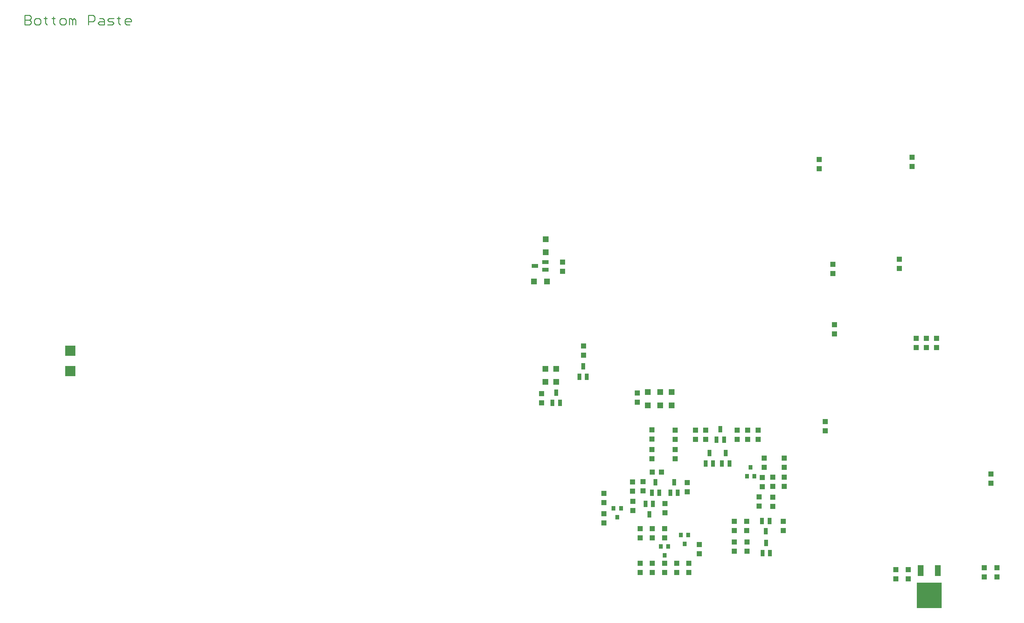
<source format=gbp>
G04*
G04 #@! TF.GenerationSoftware,Altium Limited,Altium Designer,20.0.13 (296)*
G04*
G04 Layer_Color=128*
%FSLAX24Y24*%
%MOIN*%
G70*
G01*
G75*
%ADD18C,0.0100*%
%ADD68R,0.0433X0.0492*%
%ADD69R,0.0551X0.0531*%
%ADD70R,0.0433X0.0650*%
%ADD71R,0.0630X0.0591*%
%ADD72R,0.0531X0.0551*%
%ADD73R,0.0638X0.1181*%
%ADD74R,0.2642X0.2657*%
%ADD75R,0.0650X0.0433*%
%ADD76R,0.0591X0.0630*%
%ADD77R,0.1102X0.1102*%
D18*
X2750Y68600D02*
Y67600D01*
X3250D01*
X3416Y67767D01*
Y67933D01*
X3250Y68100D01*
X2750D01*
X3250D01*
X3416Y68266D01*
Y68433D01*
X3250Y68600D01*
X2750D01*
X3916Y67600D02*
X4250D01*
X4416Y67767D01*
Y68100D01*
X4250Y68266D01*
X3916D01*
X3750Y68100D01*
Y67767D01*
X3916Y67600D01*
X4916Y68433D02*
Y68266D01*
X4749D01*
X5083D01*
X4916D01*
Y67767D01*
X5083Y67600D01*
X5749Y68433D02*
Y68266D01*
X5582D01*
X5916D01*
X5749D01*
Y67767D01*
X5916Y67600D01*
X6582D02*
X6915D01*
X7082Y67767D01*
Y68100D01*
X6915Y68266D01*
X6582D01*
X6415Y68100D01*
Y67767D01*
X6582Y67600D01*
X7415D02*
Y68266D01*
X7582D01*
X7748Y68100D01*
Y67600D01*
Y68100D01*
X7915Y68266D01*
X8082Y68100D01*
Y67600D01*
X9415D02*
Y68600D01*
X9914D01*
X10081Y68433D01*
Y68100D01*
X9914Y67933D01*
X9415D01*
X10581Y68266D02*
X10914D01*
X11081Y68100D01*
Y67600D01*
X10581D01*
X10414Y67767D01*
X10581Y67933D01*
X11081D01*
X11414Y67600D02*
X11914D01*
X12080Y67767D01*
X11914Y67933D01*
X11580D01*
X11414Y68100D01*
X11580Y68266D01*
X12080D01*
X12580Y68433D02*
Y68266D01*
X12414D01*
X12747D01*
X12580D01*
Y67767D01*
X12747Y67600D01*
X13746D02*
X13413D01*
X13247Y67767D01*
Y68100D01*
X13413Y68266D01*
X13746D01*
X13913Y68100D01*
Y67933D01*
X13247D01*
D68*
X64456Y16863D02*
D03*
X65244D02*
D03*
X64850Y15937D02*
D03*
X78429Y20233D02*
D03*
X78822Y21159D02*
D03*
X79216Y20233D02*
D03*
X69800Y11937D02*
D03*
X70194Y12863D02*
D03*
X69406D02*
D03*
X71900Y13122D02*
D03*
X72294Y14047D02*
D03*
X71506D02*
D03*
D69*
X81150Y19150D02*
D03*
Y20115D02*
D03*
X82333D02*
D03*
Y19150D02*
D03*
X82350Y21168D02*
D03*
Y22132D02*
D03*
X80250Y21168D02*
D03*
Y22132D02*
D03*
X80050Y20100D02*
D03*
Y19135D02*
D03*
X79700Y18065D02*
D03*
Y17100D02*
D03*
X81150Y17068D02*
D03*
Y18032D02*
D03*
X82250Y15500D02*
D03*
Y14535D02*
D03*
X77100Y15500D02*
D03*
Y14535D02*
D03*
X78400Y15500D02*
D03*
Y14535D02*
D03*
X77100Y13330D02*
D03*
Y12366D02*
D03*
X66950Y28950D02*
D03*
Y27985D02*
D03*
X68490Y23008D02*
D03*
Y22043D02*
D03*
X68490Y25093D02*
D03*
Y24129D02*
D03*
X70900Y25050D02*
D03*
Y24085D02*
D03*
X73030Y24092D02*
D03*
Y25056D02*
D03*
X74100Y25050D02*
D03*
Y24085D02*
D03*
X67550Y18685D02*
D03*
Y19650D02*
D03*
X66458Y19631D02*
D03*
Y18667D02*
D03*
X69850Y17350D02*
D03*
Y16385D02*
D03*
X66473Y16613D02*
D03*
Y17577D02*
D03*
X73450Y13050D02*
D03*
Y12085D02*
D03*
X72350Y10118D02*
D03*
Y11082D02*
D03*
X71075Y10118D02*
D03*
Y11082D02*
D03*
X69800Y10118D02*
D03*
Y11082D02*
D03*
Y14732D02*
D03*
Y13768D02*
D03*
X68525Y14732D02*
D03*
Y13768D02*
D03*
X103300Y9668D02*
D03*
Y10632D02*
D03*
X104650Y10632D02*
D03*
Y9668D02*
D03*
X95350Y9468D02*
D03*
Y10432D02*
D03*
X94050Y10432D02*
D03*
Y9468D02*
D03*
X77400Y25050D02*
D03*
Y24085D02*
D03*
X78500Y24085D02*
D03*
Y25050D02*
D03*
X79600Y24085D02*
D03*
Y25050D02*
D03*
X67250Y10118D02*
D03*
Y11082D02*
D03*
X86650Y25000D02*
D03*
Y25965D02*
D03*
X97239Y34679D02*
D03*
Y33714D02*
D03*
X96164Y34679D02*
D03*
Y33714D02*
D03*
X98314Y34679D02*
D03*
Y33714D02*
D03*
X87600Y35147D02*
D03*
Y36112D02*
D03*
X87450Y41500D02*
D03*
Y42465D02*
D03*
X86025Y52481D02*
D03*
Y53446D02*
D03*
X94400Y42035D02*
D03*
Y43000D02*
D03*
X61300Y32918D02*
D03*
Y33882D02*
D03*
X56900Y28882D02*
D03*
Y27918D02*
D03*
X63450Y17468D02*
D03*
Y18432D02*
D03*
Y15335D02*
D03*
Y16300D02*
D03*
X104000Y20465D02*
D03*
Y19500D02*
D03*
X70900Y22068D02*
D03*
Y23032D02*
D03*
X72194Y19571D02*
D03*
Y18606D02*
D03*
X78450Y13330D02*
D03*
Y12366D02*
D03*
X67250Y14732D02*
D03*
Y13768D02*
D03*
X68525Y10118D02*
D03*
Y11082D02*
D03*
X95750Y53682D02*
D03*
Y52718D02*
D03*
X59100Y42682D02*
D03*
Y41718D02*
D03*
D70*
X80015Y15531D02*
D03*
X80802D02*
D03*
X80408Y14448D02*
D03*
X80850Y12150D02*
D03*
X80063D02*
D03*
X80456Y13233D02*
D03*
X69250Y18500D02*
D03*
X68463D02*
D03*
X68856Y19583D02*
D03*
X68197Y16239D02*
D03*
X68591Y17322D02*
D03*
X67803D02*
D03*
X76211Y22647D02*
D03*
X76604Y21565D02*
D03*
X75817D02*
D03*
X74500Y22641D02*
D03*
X74894Y21559D02*
D03*
X74106D02*
D03*
X75647Y25148D02*
D03*
X76041Y24065D02*
D03*
X75254D02*
D03*
X61656Y30659D02*
D03*
X60869D02*
D03*
X61263Y31741D02*
D03*
X58450Y28991D02*
D03*
X58056Y27909D02*
D03*
X58844D02*
D03*
X71194Y18500D02*
D03*
X70406D02*
D03*
X70800Y19583D02*
D03*
D71*
X68050Y27672D02*
D03*
Y29050D02*
D03*
X69350Y27672D02*
D03*
Y29050D02*
D03*
X70550Y27672D02*
D03*
Y29050D02*
D03*
X57350Y45089D02*
D03*
Y43711D02*
D03*
X58450Y31489D02*
D03*
Y30111D02*
D03*
X57300D02*
D03*
Y31489D02*
D03*
D72*
X68527Y20650D02*
D03*
X69491D02*
D03*
D73*
X98450Y10329D02*
D03*
X96650D02*
D03*
D74*
X97550Y7709D02*
D03*
D75*
X56217Y42294D02*
D03*
X57300Y41900D02*
D03*
Y42687D02*
D03*
D76*
X57489Y40650D02*
D03*
X56111D02*
D03*
D77*
X7500Y33406D02*
D03*
Y31241D02*
D03*
M02*

</source>
